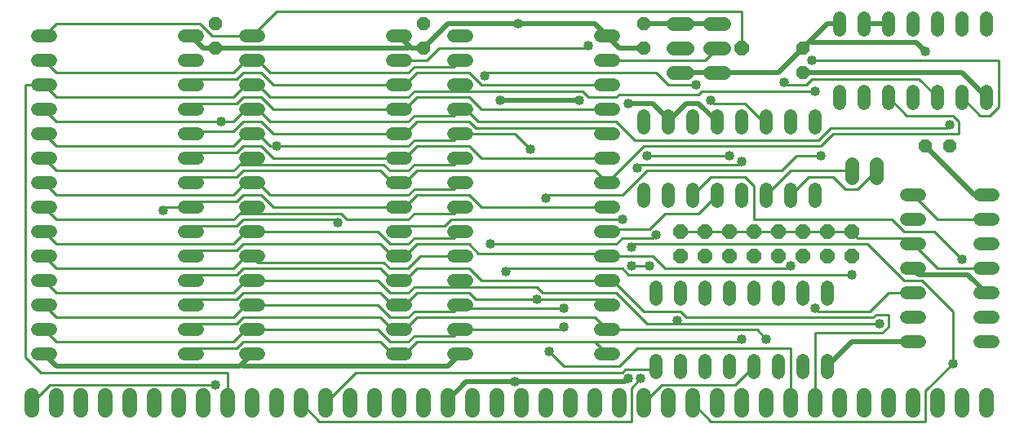
<source format=gtl>
G75*
%MOIN*%
%OFA0B0*%
%FSLAX24Y24*%
%IPPOS*%
%LPD*%
%AMOC8*
5,1,8,0,0,1.08239X$1,22.5*
%
%ADD10C,0.0520*%
%ADD11C,0.0600*%
%ADD12OC8,0.0520*%
%ADD13OC8,0.0600*%
%ADD14C,0.0560*%
%ADD15C,0.0200*%
%ADD16C,0.0400*%
%ADD17C,0.0100*%
D10*
X000920Y003180D02*
X001440Y003180D01*
X001440Y004180D02*
X000920Y004180D01*
X000920Y005180D02*
X001440Y005180D01*
X001440Y006180D02*
X000920Y006180D01*
X000920Y007180D02*
X001440Y007180D01*
X001440Y008180D02*
X000920Y008180D01*
X000920Y009180D02*
X001440Y009180D01*
X001440Y010180D02*
X000920Y010180D01*
X000920Y011180D02*
X001440Y011180D01*
X001440Y012180D02*
X000920Y012180D01*
X000920Y013180D02*
X001440Y013180D01*
X001440Y014180D02*
X000920Y014180D01*
X000920Y015180D02*
X001440Y015180D01*
X001440Y016180D02*
X000920Y016180D01*
X006920Y016180D02*
X007440Y016180D01*
X009420Y016180D02*
X009940Y016180D01*
X009940Y015180D02*
X009420Y015180D01*
X009420Y014180D02*
X009940Y014180D01*
X009940Y013180D02*
X009420Y013180D01*
X009420Y012180D02*
X009940Y012180D01*
X009940Y011180D02*
X009420Y011180D01*
X007440Y011180D02*
X006920Y011180D01*
X006920Y010180D02*
X007440Y010180D01*
X007440Y009180D02*
X006920Y009180D01*
X006920Y008180D02*
X007440Y008180D01*
X007440Y007180D02*
X006920Y007180D01*
X006920Y006180D02*
X007440Y006180D01*
X007440Y005180D02*
X006920Y005180D01*
X006920Y004180D02*
X007440Y004180D01*
X009420Y004180D02*
X009940Y004180D01*
X009940Y003180D02*
X009420Y003180D01*
X007440Y003180D02*
X006920Y003180D01*
X009420Y005180D02*
X009940Y005180D01*
X009940Y006180D02*
X009420Y006180D01*
X009420Y007180D02*
X009940Y007180D01*
X009940Y008180D02*
X009420Y008180D01*
X009420Y009180D02*
X009940Y009180D01*
X009940Y010180D02*
X009420Y010180D01*
X007440Y012180D02*
X006920Y012180D01*
X006920Y013180D02*
X007440Y013180D01*
X007440Y014180D02*
X006920Y014180D01*
X006920Y015180D02*
X007440Y015180D01*
X015420Y015180D02*
X015940Y015180D01*
X017920Y015180D02*
X018440Y015180D01*
X018440Y014180D02*
X017920Y014180D01*
X015940Y014180D02*
X015420Y014180D01*
X015420Y013180D02*
X015940Y013180D01*
X017920Y013180D02*
X018440Y013180D01*
X018440Y012180D02*
X017920Y012180D01*
X015940Y012180D02*
X015420Y012180D01*
X015420Y011180D02*
X015940Y011180D01*
X017920Y011180D02*
X018440Y011180D01*
X018440Y010180D02*
X017920Y010180D01*
X015940Y010180D02*
X015420Y010180D01*
X015420Y009180D02*
X015940Y009180D01*
X017920Y009180D02*
X018440Y009180D01*
X018440Y008180D02*
X017920Y008180D01*
X015940Y008180D02*
X015420Y008180D01*
X015420Y007180D02*
X015940Y007180D01*
X017920Y007180D02*
X018440Y007180D01*
X018440Y006180D02*
X017920Y006180D01*
X015940Y006180D02*
X015420Y006180D01*
X015420Y005180D02*
X015940Y005180D01*
X017920Y005180D02*
X018440Y005180D01*
X018440Y004180D02*
X017920Y004180D01*
X015940Y004180D02*
X015420Y004180D01*
X015420Y003180D02*
X015940Y003180D01*
X017920Y003180D02*
X018440Y003180D01*
X023920Y003180D02*
X024440Y003180D01*
X026180Y002940D02*
X026180Y002420D01*
X027180Y002420D02*
X027180Y002940D01*
X028180Y002940D02*
X028180Y002420D01*
X029180Y002420D02*
X029180Y002940D01*
X030180Y002940D02*
X030180Y002420D01*
X031180Y002420D02*
X031180Y002940D01*
X032180Y002940D02*
X032180Y002420D01*
X033180Y002420D02*
X033180Y002940D01*
X036420Y003680D02*
X036940Y003680D01*
X036940Y004680D02*
X036420Y004680D01*
X036420Y005680D02*
X036940Y005680D01*
X036940Y006680D02*
X036420Y006680D01*
X036420Y007680D02*
X036940Y007680D01*
X036940Y008680D02*
X036420Y008680D01*
X036420Y009680D02*
X036940Y009680D01*
X039420Y009680D02*
X039940Y009680D01*
X039940Y008680D02*
X039420Y008680D01*
X039420Y007680D02*
X039940Y007680D01*
X039940Y006680D02*
X039420Y006680D01*
X039420Y005680D02*
X039940Y005680D01*
X039940Y004680D02*
X039420Y004680D01*
X039420Y003680D02*
X039940Y003680D01*
X033180Y005420D02*
X033180Y005940D01*
X032180Y005940D02*
X032180Y005420D01*
X031180Y005420D02*
X031180Y005940D01*
X030180Y005940D02*
X030180Y005420D01*
X029180Y005420D02*
X029180Y005940D01*
X028180Y005940D02*
X028180Y005420D01*
X027180Y005420D02*
X027180Y005940D01*
X026180Y005940D02*
X026180Y005420D01*
X024440Y005180D02*
X023920Y005180D01*
X023920Y006180D02*
X024440Y006180D01*
X024440Y007180D02*
X023920Y007180D01*
X023920Y008180D02*
X024440Y008180D01*
X024440Y009180D02*
X023920Y009180D01*
X025680Y009420D02*
X025680Y009940D01*
X026680Y009940D02*
X026680Y009420D01*
X027680Y009420D02*
X027680Y009940D01*
X028680Y009940D02*
X028680Y009420D01*
X029680Y009420D02*
X029680Y009940D01*
X030680Y009940D02*
X030680Y009420D01*
X031680Y009420D02*
X031680Y009940D01*
X032680Y009940D02*
X032680Y009420D01*
X032680Y012420D02*
X032680Y012940D01*
X031680Y012940D02*
X031680Y012420D01*
X030680Y012420D02*
X030680Y012940D01*
X029680Y012940D02*
X029680Y012420D01*
X028680Y012420D02*
X028680Y012940D01*
X027680Y012940D02*
X027680Y012420D01*
X026680Y012420D02*
X026680Y012940D01*
X025680Y012940D02*
X025680Y012420D01*
X024440Y012180D02*
X023920Y012180D01*
X023920Y013180D02*
X024440Y013180D01*
X024440Y014180D02*
X023920Y014180D01*
X023920Y015180D02*
X024440Y015180D01*
X024440Y016180D02*
X023920Y016180D01*
X018440Y016180D02*
X017920Y016180D01*
X015940Y016180D02*
X015420Y016180D01*
X023920Y011180D02*
X024440Y011180D01*
X024440Y010180D02*
X023920Y010180D01*
X033680Y013420D02*
X033680Y013940D01*
X034680Y013940D02*
X034680Y013420D01*
X035680Y013420D02*
X035680Y013940D01*
X036680Y013940D02*
X036680Y013420D01*
X037680Y013420D02*
X037680Y013940D01*
X038680Y013940D02*
X038680Y013420D01*
X039680Y013420D02*
X039680Y013940D01*
X039680Y016420D02*
X039680Y016940D01*
X038680Y016940D02*
X038680Y016420D01*
X037680Y016420D02*
X037680Y016940D01*
X036680Y016940D02*
X036680Y016420D01*
X035680Y016420D02*
X035680Y016940D01*
X034680Y016940D02*
X034680Y016420D01*
X033680Y016420D02*
X033680Y016940D01*
X024440Y004180D02*
X023920Y004180D01*
D11*
X000680Y001480D02*
X000680Y000880D01*
X001680Y000880D02*
X001680Y001480D01*
X002680Y001480D02*
X002680Y000880D01*
X003680Y000880D02*
X003680Y001480D01*
X004680Y001480D02*
X004680Y000880D01*
X005680Y000880D02*
X005680Y001480D01*
X006680Y001480D02*
X006680Y000880D01*
X007680Y000880D02*
X007680Y001480D01*
X008680Y001480D02*
X008680Y000880D01*
X009680Y000880D02*
X009680Y001480D01*
X010680Y001480D02*
X010680Y000880D01*
X011680Y000880D02*
X011680Y001480D01*
X012680Y001480D02*
X012680Y000880D01*
X013680Y000880D02*
X013680Y001480D01*
X014680Y001480D02*
X014680Y000880D01*
X015680Y000880D02*
X015680Y001480D01*
X016680Y001480D02*
X016680Y000880D01*
X017680Y000880D02*
X017680Y001480D01*
X018680Y001480D02*
X018680Y000880D01*
X019680Y000880D02*
X019680Y001480D01*
X020680Y001480D02*
X020680Y000880D01*
X021680Y000880D02*
X021680Y001480D01*
X022680Y001480D02*
X022680Y000880D01*
X023680Y000880D02*
X023680Y001480D01*
X024680Y001480D02*
X024680Y000880D01*
X025680Y000880D02*
X025680Y001480D01*
X026680Y001480D02*
X026680Y000880D01*
X027680Y000880D02*
X027680Y001480D01*
X028680Y001480D02*
X028680Y000880D01*
X029680Y000880D02*
X029680Y001480D01*
X030680Y001480D02*
X030680Y000880D01*
X031680Y000880D02*
X031680Y001480D01*
X032680Y001480D02*
X032680Y000880D01*
X033680Y000880D02*
X033680Y001480D01*
X034680Y001480D02*
X034680Y000880D01*
X035680Y000880D02*
X035680Y001480D01*
X036680Y001480D02*
X036680Y000880D01*
X037680Y000880D02*
X037680Y001480D01*
X038680Y001480D02*
X038680Y000880D01*
X039680Y000880D02*
X039680Y001480D01*
D12*
X038180Y011680D03*
X037180Y011680D03*
X032180Y014680D03*
X032180Y015680D03*
X025680Y015680D03*
X025680Y016680D03*
X016680Y016680D03*
X016680Y015680D03*
X008180Y015680D03*
X008180Y016680D03*
D13*
X027180Y008180D03*
X028180Y008180D03*
X029180Y008180D03*
X030180Y008180D03*
X031180Y008180D03*
X032180Y008180D03*
X033180Y008180D03*
X034180Y008180D03*
X034180Y007180D03*
X033180Y007180D03*
X032180Y007180D03*
X031180Y007180D03*
X030180Y007180D03*
X029180Y007180D03*
X028180Y007180D03*
X027180Y007180D03*
X029680Y015680D03*
D14*
X028960Y015680D02*
X028400Y015680D01*
X027460Y015680D02*
X026900Y015680D01*
X026900Y014680D02*
X027460Y014680D01*
X028400Y014680D02*
X028960Y014680D01*
X028960Y016680D02*
X028400Y016680D01*
X027460Y016680D02*
X026900Y016680D01*
X034180Y010960D02*
X034180Y010400D01*
X035180Y010400D02*
X035180Y010960D01*
D15*
X037180Y011680D02*
X039180Y009680D01*
X039680Y009680D01*
X036680Y006680D02*
X036930Y006430D01*
X038930Y006430D01*
X039680Y005680D01*
X036680Y003680D02*
X034180Y003680D01*
X033180Y002680D01*
X025055Y002180D02*
X024930Y002055D01*
X020430Y002055D01*
X018430Y002055D01*
X017680Y001305D01*
X017680Y001180D01*
X017680Y002680D02*
X009305Y002680D01*
X009243Y002743D01*
X009180Y002680D01*
X001680Y002680D01*
X001180Y003180D01*
X009243Y002743D02*
X009680Y003180D01*
X017680Y002680D02*
X018180Y003180D01*
X026680Y012680D02*
X026680Y012805D01*
X026055Y013430D01*
X025055Y013430D01*
X026680Y012680D02*
X027430Y013430D01*
X027930Y013430D01*
X028680Y012680D01*
X028680Y014680D02*
X027180Y014680D01*
X028680Y014680D02*
X031180Y014680D01*
X032180Y015680D01*
X032493Y015993D01*
X032555Y015930D01*
X036805Y015930D01*
X037180Y015555D01*
X038680Y014680D02*
X032180Y014680D01*
X032493Y015993D02*
X033180Y016680D01*
X033680Y016680D01*
X034680Y016680D02*
X035680Y016680D01*
X038680Y014680D02*
X039680Y013680D01*
X028680Y016680D02*
X027180Y016680D01*
X025680Y016680D01*
X024680Y015680D02*
X024180Y016180D01*
X023680Y016680D01*
X020555Y016680D01*
X017680Y016680D01*
X016680Y015680D01*
X016180Y015680D01*
X016118Y015743D01*
X016055Y015680D01*
X008180Y015680D01*
X007680Y015680D01*
X007180Y016180D01*
X015680Y016180D02*
X016118Y015743D01*
X019805Y013555D02*
X023055Y013555D01*
X024680Y015680D02*
X025680Y015680D01*
D16*
X023430Y015805D03*
X020555Y016680D03*
X019180Y014555D03*
X019805Y013555D03*
X023055Y013555D03*
X025055Y013430D03*
X027805Y014180D03*
X028430Y013555D03*
X031430Y014305D03*
X032680Y013930D03*
X032555Y015180D03*
X037180Y015555D03*
X038180Y012555D03*
X032930Y011305D03*
X029680Y011055D03*
X029180Y011305D03*
X025805Y011305D03*
X025430Y010805D03*
X021680Y009555D03*
X024805Y008680D03*
X026180Y008055D03*
X025180Y007555D03*
X025180Y006805D03*
X025930Y006805D03*
X022430Y005055D03*
X021305Y005430D03*
X022430Y004305D03*
X021805Y003305D03*
X020430Y002055D03*
X025055Y002180D03*
X025555Y002180D03*
X029680Y003805D03*
X030680Y003805D03*
X032680Y005055D03*
X035305Y004430D03*
X038305Y002805D03*
X034180Y006430D03*
X031680Y006805D03*
X027055Y004555D03*
X020055Y006555D03*
X019430Y007680D03*
X013180Y008555D03*
X010680Y011680D03*
X008430Y012680D03*
X006055Y009055D03*
X021055Y011555D03*
X038680Y007055D03*
X008180Y001930D03*
D17*
X001430Y001930D01*
X000680Y001180D01*
X001055Y002430D02*
X000430Y003055D01*
X000430Y014180D01*
X001180Y014180D01*
X001680Y013680D01*
X008930Y013680D01*
X009430Y014180D01*
X009680Y014180D01*
X009930Y014180D01*
X010430Y013680D01*
X016055Y013680D01*
X016305Y013930D01*
X017930Y013930D01*
X018180Y014180D01*
X017930Y013930D02*
X023180Y013930D01*
X023430Y013680D01*
X024555Y013680D01*
X024680Y013805D01*
X027930Y013805D01*
X028055Y013930D01*
X032680Y013930D01*
X032305Y014180D02*
X031555Y014180D01*
X031430Y014305D01*
X032305Y014180D02*
X032555Y014430D01*
X036930Y014430D01*
X037680Y013680D01*
X038680Y013680D02*
X039430Y012930D01*
X039805Y012930D01*
X040180Y013305D01*
X040180Y015180D01*
X032555Y015180D01*
X029680Y015680D02*
X029680Y017180D01*
X010680Y017180D01*
X009680Y016180D01*
X008055Y016180D01*
X007555Y016680D01*
X001680Y016680D01*
X001180Y016180D01*
X001180Y015180D02*
X001680Y014680D01*
X008930Y014680D01*
X009430Y015180D01*
X009680Y015180D01*
X009930Y015180D01*
X010430Y014680D01*
X016055Y014680D01*
X016305Y014930D01*
X017930Y014930D01*
X018180Y015180D01*
X018555Y014680D02*
X016430Y014680D01*
X015930Y014180D01*
X015680Y014180D01*
X010555Y014180D01*
X010055Y014680D01*
X009305Y014680D01*
X009055Y014430D01*
X007430Y014430D01*
X007180Y014180D01*
X007430Y013430D02*
X009055Y013430D01*
X009305Y013680D01*
X010055Y013680D01*
X010555Y013180D01*
X015680Y013180D01*
X015930Y013180D01*
X016430Y013680D01*
X018555Y013680D01*
X019055Y013180D01*
X024180Y013180D01*
X024555Y012680D02*
X018930Y012680D01*
X018430Y013180D01*
X018180Y013180D01*
X017930Y012930D01*
X016305Y012930D01*
X016055Y012680D01*
X010430Y012680D01*
X009930Y013180D01*
X009680Y013180D01*
X009430Y013180D01*
X008930Y012680D01*
X008430Y012680D01*
X001680Y012680D01*
X001180Y013180D01*
X001180Y012180D02*
X001680Y011680D01*
X008930Y011680D01*
X009430Y012180D01*
X009680Y012180D01*
X009930Y012180D01*
X010430Y011680D01*
X010680Y011680D01*
X016055Y011680D01*
X016305Y011930D01*
X017930Y011930D01*
X018180Y012180D01*
X020430Y012180D01*
X021055Y011555D01*
X019055Y011180D02*
X018555Y011680D01*
X016430Y011680D01*
X015930Y011180D01*
X015680Y011180D01*
X010555Y011180D01*
X010055Y011680D01*
X009305Y011680D01*
X009055Y011430D01*
X007430Y011430D01*
X007180Y011180D01*
X007430Y010430D02*
X009055Y010430D01*
X009305Y010680D01*
X014930Y010680D01*
X015430Y010180D01*
X015680Y010180D01*
X015930Y010180D01*
X016430Y010680D01*
X023680Y010680D01*
X024180Y010180D01*
X025680Y011680D01*
X032930Y011680D01*
X033430Y012180D01*
X038555Y012180D01*
X038555Y012680D01*
X038305Y012930D01*
X036430Y012930D01*
X035680Y013680D01*
X038055Y012430D02*
X038180Y012555D01*
X038055Y012430D02*
X033305Y012430D01*
X032805Y011930D01*
X025305Y011930D01*
X024555Y012680D01*
X024180Y012180D02*
X023930Y012430D01*
X018805Y012430D01*
X018555Y012680D01*
X016430Y012680D01*
X015930Y012180D01*
X015680Y012180D01*
X010555Y012180D01*
X010055Y012680D01*
X009305Y012680D01*
X008930Y012305D01*
X007305Y012305D01*
X007180Y012180D01*
X007180Y013180D02*
X007430Y013430D01*
X009430Y011180D02*
X009680Y011180D01*
X009430Y011180D02*
X009180Y010930D01*
X015055Y010930D01*
X015305Y010680D01*
X016055Y010680D01*
X016305Y010930D01*
X017930Y010930D01*
X018180Y011180D01*
X019055Y011180D02*
X024180Y011180D01*
X025430Y010805D02*
X025555Y010930D01*
X029555Y010930D01*
X029680Y011055D01*
X029180Y011305D02*
X025805Y011305D01*
X025805Y010680D02*
X031305Y010680D01*
X031930Y011305D01*
X032930Y011305D01*
X034180Y010680D02*
X031680Y010680D01*
X030680Y009680D01*
X030180Y010055D02*
X030180Y008680D01*
X035805Y008680D01*
X036305Y008180D01*
X037555Y008180D01*
X038680Y007055D01*
X039680Y006680D02*
X037680Y006680D01*
X036680Y007680D01*
X036430Y007930D01*
X034430Y007930D01*
X034180Y008180D01*
X033180Y008180D01*
X032180Y008180D01*
X031180Y008180D01*
X030180Y008180D01*
X029180Y008180D01*
X028180Y008180D01*
X027180Y008180D01*
X026180Y008055D02*
X026055Y007930D01*
X024805Y007930D01*
X024555Y007680D01*
X019430Y007680D01*
X018930Y007305D02*
X018555Y007680D01*
X016430Y007680D01*
X015930Y007180D01*
X015680Y007180D01*
X015430Y007180D01*
X014930Y007680D01*
X009305Y007680D01*
X009055Y007430D01*
X007430Y007430D01*
X007180Y007180D01*
X007430Y006430D02*
X009055Y006430D01*
X009305Y006680D01*
X014930Y006680D01*
X015430Y006180D01*
X015680Y006180D01*
X015930Y006180D01*
X016430Y006680D01*
X018555Y006680D01*
X019055Y006180D01*
X024180Y006180D01*
X024430Y006180D01*
X025680Y004930D01*
X027180Y004930D01*
X027430Y004680D01*
X035055Y004680D01*
X035180Y004805D01*
X035680Y004805D01*
X035680Y004305D01*
X035430Y004055D01*
X032680Y004055D01*
X032680Y001180D01*
X031680Y001180D02*
X031680Y003430D01*
X025430Y003430D01*
X024680Y002680D01*
X022430Y002680D01*
X021805Y003305D01*
X023680Y003680D02*
X029555Y003680D01*
X029680Y003805D01*
X030305Y004180D02*
X024180Y004180D01*
X023680Y004680D01*
X016430Y004680D01*
X015930Y004180D01*
X015680Y004180D01*
X015430Y004180D01*
X014930Y004680D01*
X009305Y004680D01*
X009055Y004430D01*
X007430Y004430D01*
X007180Y004180D01*
X007430Y003430D02*
X009055Y003430D01*
X009305Y003680D01*
X014930Y003680D01*
X015430Y003180D01*
X015680Y003180D01*
X015930Y003180D01*
X016430Y003680D01*
X023680Y003680D01*
X024180Y003180D01*
X024805Y002430D02*
X024930Y002555D01*
X026055Y002555D01*
X026180Y002680D01*
X025555Y002180D02*
X025180Y001805D01*
X025180Y000430D01*
X012430Y000430D01*
X011680Y001180D01*
X012680Y001180D02*
X013930Y002430D01*
X024805Y002430D01*
X025680Y001180D02*
X026430Y001930D01*
X029430Y001930D01*
X030180Y002680D01*
X030680Y003805D02*
X030305Y004180D01*
X032680Y005055D02*
X032805Y004930D01*
X034930Y004930D01*
X035680Y005680D01*
X036680Y005680D01*
X037055Y006180D02*
X036305Y006180D01*
X034805Y007680D01*
X025305Y007680D01*
X025180Y007555D01*
X026055Y007180D02*
X024180Y007180D01*
X024055Y007305D01*
X018930Y007305D01*
X018180Y007180D02*
X016555Y007180D01*
X016055Y006680D01*
X015305Y006680D01*
X015055Y006930D01*
X009930Y006930D01*
X009680Y007180D01*
X009430Y007180D01*
X008930Y006680D01*
X001680Y006680D01*
X001180Y007180D01*
X001680Y007680D02*
X008930Y007680D01*
X009430Y008180D01*
X009680Y008180D01*
X014805Y008180D01*
X015305Y007680D01*
X016055Y007680D01*
X016305Y007930D01*
X017930Y007930D01*
X018180Y008180D01*
X017805Y008680D02*
X017555Y008430D01*
X015930Y008430D01*
X015680Y008180D01*
X016055Y008680D02*
X013555Y008680D01*
X013305Y008930D01*
X009180Y008930D01*
X008930Y008680D01*
X001680Y008680D01*
X001180Y009180D01*
X001680Y009680D02*
X008930Y009680D01*
X009430Y010180D01*
X009680Y010180D01*
X009930Y010180D01*
X010430Y009680D01*
X016055Y009680D01*
X016305Y009930D01*
X017930Y009930D01*
X018180Y010180D01*
X018555Y009680D02*
X016430Y009680D01*
X015930Y009180D01*
X015680Y009180D01*
X010555Y009180D01*
X010055Y009680D01*
X009305Y009680D01*
X009055Y009430D01*
X007430Y009430D01*
X007180Y009180D01*
X006180Y009180D01*
X006055Y009055D01*
X007180Y008180D02*
X007430Y008430D01*
X009055Y008430D01*
X009305Y008680D01*
X013055Y008680D01*
X013180Y008555D01*
X016055Y008680D02*
X016305Y008930D01*
X017930Y008930D01*
X018180Y009180D01*
X018555Y009680D02*
X019055Y009180D01*
X024180Y009180D01*
X024805Y008680D02*
X017805Y008680D01*
X021680Y009555D02*
X021805Y009680D01*
X024805Y009680D01*
X025805Y010680D01*
X027680Y009680D02*
X028430Y010430D01*
X029805Y010430D01*
X030180Y010055D01*
X028680Y009680D02*
X027930Y008930D01*
X026555Y008930D01*
X025930Y008305D01*
X024305Y008305D01*
X024180Y008180D01*
X026055Y007180D02*
X026555Y006680D01*
X031555Y006680D01*
X031680Y006805D01*
X034180Y006430D02*
X025055Y006430D01*
X024805Y006680D01*
X020180Y006680D01*
X020055Y006555D01*
X021305Y005930D02*
X017930Y005930D01*
X018180Y006180D01*
X017930Y005930D02*
X016305Y005930D01*
X016055Y005680D01*
X015305Y005680D01*
X014805Y006180D01*
X009680Y006180D01*
X009430Y006180D01*
X008930Y005680D01*
X001680Y005680D01*
X001180Y006180D01*
X001180Y005180D02*
X001680Y004680D01*
X008930Y004680D01*
X009430Y005180D01*
X009680Y005180D01*
X014805Y005180D01*
X015305Y004680D01*
X016055Y004680D01*
X016305Y004930D01*
X017930Y004930D01*
X018180Y005180D01*
X018305Y005055D01*
X022430Y005055D01*
X021305Y005430D02*
X023930Y005430D01*
X024180Y005180D01*
X024555Y005680D02*
X021555Y005680D01*
X021305Y005930D01*
X021305Y005430D02*
X018805Y005430D01*
X018555Y005680D01*
X016430Y005680D01*
X015930Y005180D01*
X015680Y005180D01*
X015430Y005180D01*
X014930Y005680D01*
X009305Y005680D01*
X009055Y005430D01*
X007430Y005430D01*
X007180Y005180D01*
X007180Y006180D02*
X007430Y006430D01*
X009430Y004180D02*
X009680Y004180D01*
X014805Y004180D01*
X015305Y003680D01*
X016055Y003680D01*
X016305Y003930D01*
X017930Y003930D01*
X018180Y004180D01*
X022305Y004180D01*
X022430Y004305D01*
X024555Y005680D02*
X025805Y004430D01*
X027055Y004430D01*
X027055Y004555D01*
X027055Y004430D02*
X035305Y004430D01*
X037055Y006180D02*
X038305Y004930D01*
X038305Y002805D01*
X037180Y001680D01*
X037180Y000430D01*
X028430Y000430D01*
X027680Y001180D01*
X025930Y006805D02*
X025180Y006805D01*
X031680Y009680D02*
X032430Y010430D01*
X033430Y010430D01*
X033930Y009930D01*
X034430Y009930D01*
X035180Y010680D01*
X036680Y009680D02*
X037680Y008680D01*
X039680Y008680D01*
X030680Y012680D02*
X030555Y012680D01*
X029805Y013430D01*
X028555Y013430D01*
X028430Y013555D01*
X027805Y014180D02*
X026680Y014180D01*
X026180Y014680D01*
X019305Y014680D01*
X019180Y014555D01*
X019055Y014180D02*
X018555Y014680D01*
X019055Y014180D02*
X024180Y014180D01*
X024180Y015180D02*
X028180Y015180D01*
X028680Y015680D01*
X023430Y015805D02*
X023305Y015680D01*
X017305Y015680D01*
X016805Y015180D01*
X015680Y015180D01*
X009180Y010930D02*
X008930Y010680D01*
X001680Y010680D01*
X001180Y011180D01*
X001180Y010180D02*
X001680Y009680D01*
X001180Y008180D02*
X001680Y007680D01*
X007180Y010180D02*
X007430Y010430D01*
X009180Y008930D02*
X009430Y009180D01*
X009680Y009180D01*
X009430Y004180D02*
X008930Y003680D01*
X001680Y003680D01*
X001180Y004180D01*
X001055Y002430D02*
X008680Y002430D01*
X008680Y001180D01*
X007180Y003180D02*
X007430Y003430D01*
M02*

</source>
